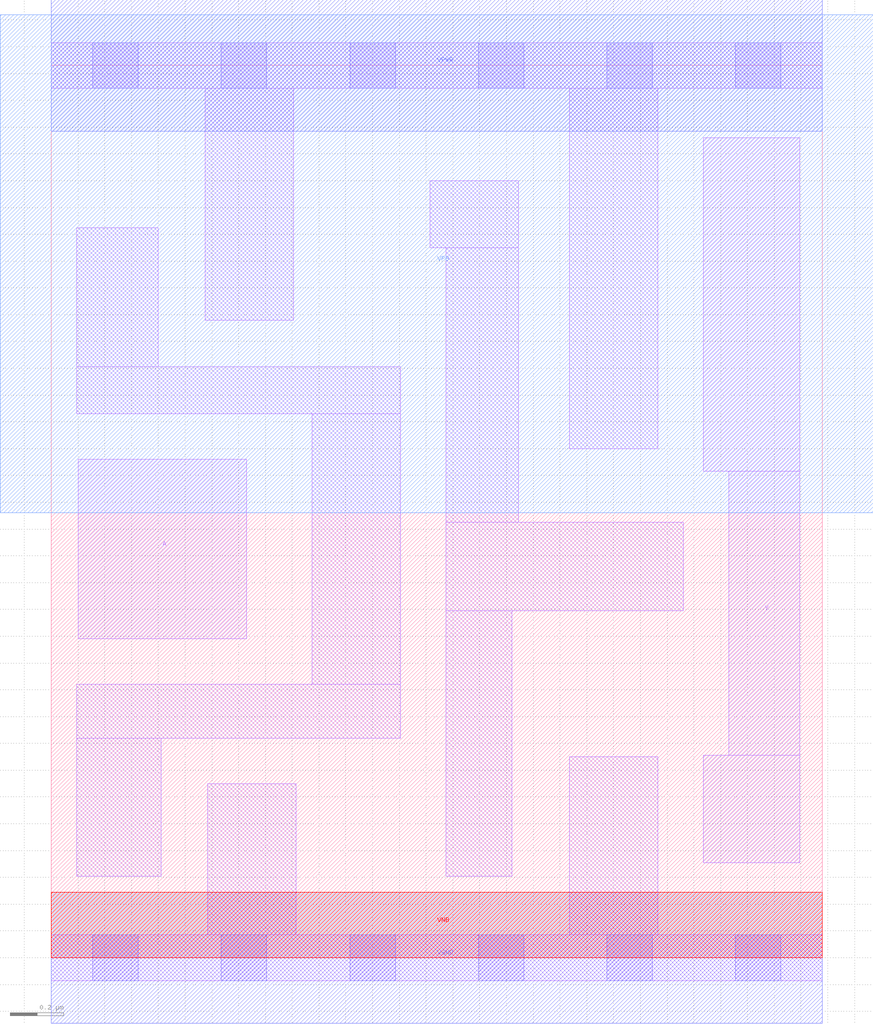
<source format=lef>
# Copyright 2020 The SkyWater PDK Authors
#
# Licensed under the Apache License, Version 2.0 (the "License");
# you may not use this file except in compliance with the License.
# You may obtain a copy of the License at
#
#     https://www.apache.org/licenses/LICENSE-2.0
#
# Unless required by applicable law or agreed to in writing, software
# distributed under the License is distributed on an "AS IS" BASIS,
# WITHOUT WARRANTIES OR CONDITIONS OF ANY KIND, either express or implied.
# See the License for the specific language governing permissions and
# limitations under the License.
#
# SPDX-License-Identifier: Apache-2.0

VERSION 5.7 ;
  NOWIREEXTENSIONATPIN ON ;
  DIVIDERCHAR "/" ;
  BUSBITCHARS "[]" ;
MACRO sky130_fd_sc_ls__clkdlyinv3sd1_1
  CLASS CORE ;
  FOREIGN sky130_fd_sc_ls__clkdlyinv3sd1_1 ;
  ORIGIN  0.000000  0.000000 ;
  SIZE  2.880000 BY  3.330000 ;
  SYMMETRY X Y ;
  SITE unit ;
  PIN A
    ANTENNAGATEAREA  0.231000 ;
    DIRECTION INPUT ;
    USE SIGNAL ;
    PORT
      LAYER li1 ;
        RECT 0.100000 1.190000 0.730000 1.860000 ;
    END
  END A
  PIN Y
    ANTENNADIFFAREA  0.424900 ;
    DIRECTION OUTPUT ;
    USE SIGNAL ;
    PORT
      LAYER li1 ;
        RECT 2.435000 0.355000 2.795000 0.755000 ;
        RECT 2.435000 1.815000 2.795000 3.060000 ;
        RECT 2.530000 0.755000 2.795000 1.815000 ;
    END
  END Y
  PIN VGND
    DIRECTION INOUT ;
    SHAPE ABUTMENT ;
    USE GROUND ;
    PORT
      LAYER met1 ;
        RECT 0.000000 -0.245000 2.880000 0.245000 ;
    END
  END VGND
  PIN VNB
    DIRECTION INOUT ;
    USE GROUND ;
    PORT
      LAYER pwell ;
        RECT 0.000000 0.000000 2.880000 0.245000 ;
    END
  END VNB
  PIN VPB
    DIRECTION INOUT ;
    USE POWER ;
    PORT
      LAYER nwell ;
        RECT -0.190000 1.660000 3.070000 3.520000 ;
    END
  END VPB
  PIN VPWR
    DIRECTION INOUT ;
    SHAPE ABUTMENT ;
    USE POWER ;
    PORT
      LAYER met1 ;
        RECT 0.000000 3.085000 2.880000 3.575000 ;
    END
  END VPWR
  OBS
    LAYER li1 ;
      RECT 0.000000 -0.085000 2.880000 0.085000 ;
      RECT 0.000000  3.245000 2.880000 3.415000 ;
      RECT 0.095000  0.305000 0.410000 0.820000 ;
      RECT 0.095000  0.820000 1.305000 1.020000 ;
      RECT 0.095000  2.030000 1.305000 2.205000 ;
      RECT 0.095000  2.205000 0.400000 2.725000 ;
      RECT 0.575000  2.380000 0.905000 3.245000 ;
      RECT 0.585000  0.085000 0.915000 0.650000 ;
      RECT 0.975000  1.020000 1.305000 2.030000 ;
      RECT 1.415000  2.650000 1.745000 2.900000 ;
      RECT 1.475000  0.305000 1.720000 1.295000 ;
      RECT 1.475000  1.295000 2.360000 1.625000 ;
      RECT 1.475000  1.625000 1.745000 2.650000 ;
      RECT 1.935000  0.085000 2.265000 0.750000 ;
      RECT 1.935000  1.900000 2.265000 3.245000 ;
    LAYER mcon ;
      RECT 0.155000 -0.085000 0.325000 0.085000 ;
      RECT 0.155000  3.245000 0.325000 3.415000 ;
      RECT 0.635000 -0.085000 0.805000 0.085000 ;
      RECT 0.635000  3.245000 0.805000 3.415000 ;
      RECT 1.115000 -0.085000 1.285000 0.085000 ;
      RECT 1.115000  3.245000 1.285000 3.415000 ;
      RECT 1.595000 -0.085000 1.765000 0.085000 ;
      RECT 1.595000  3.245000 1.765000 3.415000 ;
      RECT 2.075000 -0.085000 2.245000 0.085000 ;
      RECT 2.075000  3.245000 2.245000 3.415000 ;
      RECT 2.555000 -0.085000 2.725000 0.085000 ;
      RECT 2.555000  3.245000 2.725000 3.415000 ;
  END
END sky130_fd_sc_ls__clkdlyinv3sd1_1
END LIBRARY

</source>
